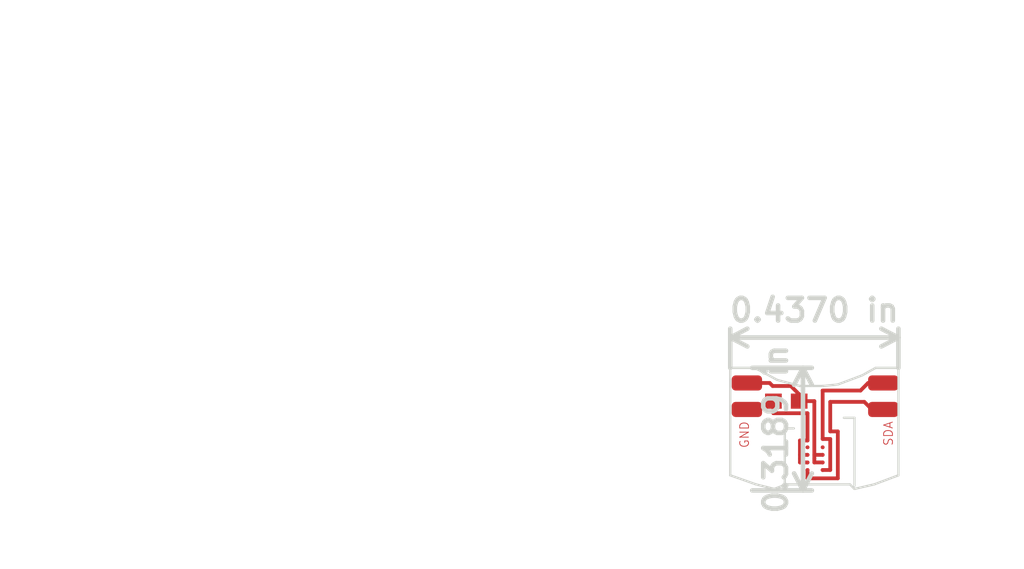
<source format=kicad_pcb>
(kicad_pcb (version 20171130) (host pcbnew "(5.0.1-dev-161-gb2b703363-dirty)+git1-1f19903-1")

  (general
    (thickness 1.6)
    (drawings 30)
    (tracks 38)
    (zones 0)
    (modules 6)
    (nets 7)
  )

  (page A4)
  (layers
    (0 Top signal)
    (31 Bottom signal)
    (32 B.Adhes user)
    (33 F.Adhes user)
    (34 B.Paste user)
    (35 F.Paste user)
    (36 B.SilkS user)
    (37 F.SilkS user)
    (38 B.Mask user)
    (39 F.Mask user)
    (40 Dwgs.User user)
    (41 Cmts.User user)
    (42 Eco1.User user)
    (43 Eco2.User user)
    (44 Edge.Cuts user)
    (45 Margin user)
    (46 B.CrtYd user)
    (47 F.CrtYd user)
    (48 B.Fab user)
    (49 F.Fab user)
  )

  (setup
    (last_trace_width 0.25)
    (trace_clearance 0.2)
    (zone_clearance 0.508)
    (zone_45_only no)
    (trace_min 0.2)
    (segment_width 0.2)
    (edge_width 0.15)
    (via_size 0.8)
    (via_drill 0.4)
    (via_min_size 0.4)
    (via_min_drill 0.3)
    (uvia_size 0.3)
    (uvia_drill 0.1)
    (uvias_allowed no)
    (uvia_min_size 0.2)
    (uvia_min_drill 0.1)
    (pcb_text_width 0.3)
    (pcb_text_size 1.5 1.5)
    (mod_edge_width 0.15)
    (mod_text_size 1 1)
    (mod_text_width 0.15)
    (pad_size 1.524 1.524)
    (pad_drill 0.762)
    (pad_to_mask_clearance 0.051)
    (solder_mask_min_width 0.25)
    (aux_axis_origin 0 0)
    (visible_elements FFFFFF7F)
    (pcbplotparams
      (layerselection 0x010fc_ffffffff)
      (usegerberextensions false)
      (usegerberattributes false)
      (usegerberadvancedattributes false)
      (creategerberjobfile false)
      (excludeedgelayer true)
      (linewidth 0.100000)
      (plotframeref false)
      (viasonmask false)
      (mode 1)
      (useauxorigin false)
      (hpglpennumber 1)
      (hpglpenspeed 20)
      (hpglpendiameter 15.000000)
      (psnegative false)
      (psa4output false)
      (plotreference true)
      (plotvalue true)
      (plotinvisibletext false)
      (padsonsilk false)
      (subtractmaskfromsilk false)
      (outputformat 1)
      (mirror false)
      (drillshape 1)
      (scaleselection 1)
      (outputdirectory ""))
  )

  (net 0 "")
  (net 1 "Net-(C1-Pad1)")
  (net 2 "Net-(C1-Pad2)")
  (net 3 "Net-(JP3-PadP$1)")
  (net 4 "Net-(JP4-PadP$1)")
  (net 5 "Net-(U$1-PadD2)")
  (net 6 "Net-(U$1-PadD1)")

  (net_class Default "This is the default net class."
    (clearance 0.2)
    (trace_width 0.25)
    (via_dia 0.8)
    (via_drill 0.4)
    (uvia_dia 0.3)
    (uvia_drill 0.1)
    (add_net "Net-(C1-Pad1)")
    (add_net "Net-(C1-Pad2)")
    (add_net "Net-(JP3-PadP$1)")
    (add_net "Net-(JP4-PadP$1)")
    (add_net "Net-(U$1-PadD1)")
    (add_net "Net-(U$1-PadD2)")
  )

  (module Bumms2:1PAD (layer Top) (tedit 0) (tstamp 5BAC27F6)
    (at 144.0511 102.0036)
    (path /848DA6002F430EF2)
    (fp_text reference JP1 (at 0 0) (layer F.SilkS) hide
      (effects (font (size 1.27 1.27) (thickness 0.15)))
    )
    (fp_text value PINHD-1X1PAD (at 0 0) (layer F.SilkS) hide
      (effects (font (size 1.27 1.27) (thickness 0.15)))
    )
    (pad P$1 smd roundrect (at 0 0 90) (size 1 2) (layers Top F.Mask) (roundrect_rratio 0.25)
      (net 1 "Net-(C1-Pad1)") (solder_mask_margin 0.1016))
  )

  (module Bumms2:1PAD (layer Top) (tedit 0) (tstamp 5BAC27FA)
    (at 144.0511 103.7536)
    (path /4804D7FCFA93C76E)
    (fp_text reference JP2 (at 0 0) (layer F.SilkS) hide
      (effects (font (size 1.27 1.27) (thickness 0.15)))
    )
    (fp_text value PINHD-1X1PAD (at 0 0) (layer F.SilkS) hide
      (effects (font (size 1.27 1.27) (thickness 0.15)))
    )
    (pad P$1 smd roundrect (at 0 0 90) (size 1 2) (layers Top F.Mask) (roundrect_rratio 0.25)
      (net 2 "Net-(C1-Pad2)") (solder_mask_margin 0.1016))
  )

  (module Bumms2:1PAD (layer Top) (tedit 0) (tstamp 5BAC27FE)
    (at 153.0511 103.7536)
    (path /CD71B194ACD8E5B6)
    (fp_text reference JP3 (at 0 0) (layer F.SilkS) hide
      (effects (font (size 1.27 1.27) (thickness 0.15)))
    )
    (fp_text value PINHD-1X1PAD (at 0 0) (layer F.SilkS) hide
      (effects (font (size 1.27 1.27) (thickness 0.15)))
    )
    (pad P$1 smd roundrect (at 0 0 90) (size 1 2) (layers Top F.Mask) (roundrect_rratio 0.25)
      (net 3 "Net-(JP3-PadP$1)") (solder_mask_margin 0.1016))
  )

  (module Bumms2:1PAD (layer Top) (tedit 0) (tstamp 5BAC2802)
    (at 153.0511 102.0036)
    (path /28A9B5EA47274FB3)
    (fp_text reference JP4 (at 0 0) (layer F.SilkS) hide
      (effects (font (size 1.27 1.27) (thickness 0.15)))
    )
    (fp_text value PINHD-1X1PAD (at 0 0) (layer F.SilkS) hide
      (effects (font (size 1.27 1.27) (thickness 0.15)))
    )
    (pad P$1 smd roundrect (at 0 0 90) (size 1 2) (layers Top F.Mask) (roundrect_rratio 0.25)
      (net 4 "Net-(JP4-PadP$1)") (solder_mask_margin 0.1016))
  )

  (module Bumms2:C0603 (layer Top) (tedit 0) (tstamp 5BAC2806)
    (at 146.6511 103.2036 180)
    (descr <b>CAPACITOR</b>)
    (path /F1151109F2E2AD48)
    (fp_text reference C1 (at -0.635 -0.635 180) (layer F.SilkS) hide
      (effects (font (size 1.2065 1.2065) (thickness 0.1016)) (justify right top))
    )
    (fp_text value 220nF (at -0.635 1.905 180) (layer F.Fab) hide
      (effects (font (size 1.2065 1.2065) (thickness 0.1016)) (justify right top))
    )
    (fp_poly (pts (xy -0.1999 0.3) (xy 0.1999 0.3) (xy 0.1999 -0.3) (xy -0.1999 -0.3)) (layer F.Adhes) (width 0))
    (fp_poly (pts (xy 0.3302 0.4699) (xy 0.8303 0.4699) (xy 0.8303 -0.4801) (xy 0.3302 -0.4801)) (layer F.Fab) (width 0))
    (fp_poly (pts (xy -0.8382 0.4699) (xy -0.3381 0.4699) (xy -0.3381 -0.4801) (xy -0.8382 -0.4801)) (layer F.Fab) (width 0))
    (fp_line (start -0.356 0.419) (end 0.356 0.419) (layer F.Fab) (width 0.1016))
    (fp_line (start -0.356 -0.432) (end 0.356 -0.432) (layer F.Fab) (width 0.1016))
    (fp_line (start -1.473 0.983) (end -1.473 -0.983) (layer Dwgs.User) (width 0.0508))
    (fp_line (start 1.473 0.983) (end -1.473 0.983) (layer Dwgs.User) (width 0.0508))
    (fp_line (start 1.473 -0.983) (end 1.473 0.983) (layer Dwgs.User) (width 0.0508))
    (fp_line (start -1.473 -0.983) (end 1.473 -0.983) (layer Dwgs.User) (width 0.0508))
    (pad 2 smd rect (at 0.85 0 180) (size 1.1 1) (layers Top F.Paste F.Mask)
      (net 2 "Net-(C1-Pad2)") (solder_mask_margin 0.1016))
    (pad 1 smd rect (at -0.85 0 180) (size 1.1 1) (layers Top F.Paste F.Mask)
      (net 1 "Net-(C1-Pad1)") (solder_mask_margin 0.1016))
  )

  (module Bumms2:BGA8_HDC (layer Top) (tedit 0) (tstamp 5BAC2814)
    (at 148.5511 107.0036 180)
    (path /850A8AB0BABD3B23)
    (fp_text reference U$1 (at 0 0 180) (layer F.SilkS) hide
      (effects (font (size 1.27 1.27) (thickness 0.15)) (justify right top))
    )
    (fp_text value HDC1008 (at 0 0 180) (layer F.SilkS) hide
      (effects (font (size 1.27 1.27) (thickness 0.15)) (justify right top))
    )
    (pad A2 smd roundrect (at 0.5 -0.75 180) (size 0.26 0.26) (layers Top F.Paste F.Mask) (roundrect_rratio 0.5)
      (net 3 "Net-(JP3-PadP$1)") (solder_mask_margin 0.1016))
    (pad B2 smd roundrect (at 0.5 -0.25 180) (size 0.26 0.26) (layers Top F.Paste F.Mask) (roundrect_rratio 0.5)
      (net 2 "Net-(C1-Pad2)") (solder_mask_margin 0.1016))
    (pad C2 smd roundrect (at 0.5 0.25 180) (size 0.26 0.26) (layers Top F.Paste F.Mask) (roundrect_rratio 0.5)
      (net 2 "Net-(C1-Pad2)") (solder_mask_margin 0.1016))
    (pad D2 smd roundrect (at 0.5 0.75 180) (size 0.26 0.26) (layers Top F.Paste F.Mask) (roundrect_rratio 0.5)
      (net 5 "Net-(U$1-PadD2)") (solder_mask_margin 0.1016))
    (pad D1 smd roundrect (at -0.5 0.75 180) (size 0.26 0.26) (layers Top F.Paste F.Mask) (roundrect_rratio 0.5)
      (net 6 "Net-(U$1-PadD1)") (solder_mask_margin 0.1016))
    (pad C1 smd roundrect (at -0.5 0.25 180) (size 0.26 0.26) (layers Top F.Paste F.Mask) (roundrect_rratio 0.5)
      (net 1 "Net-(C1-Pad1)") (solder_mask_margin 0.1016))
    (pad B1 smd roundrect (at -0.5 -0.25 180) (size 0.26 0.26) (layers Top F.Paste F.Mask) (roundrect_rratio 0.5)
      (net 1 "Net-(C1-Pad1)") (solder_mask_margin 0.1016))
    (pad A1 smd roundrect (at -0.5 -0.75 180) (size 0.26 0.26) (layers Top F.Paste F.Mask) (roundrect_rratio 0.5)
      (net 4 "Net-(JP4-PadP$1)") (solder_mask_margin 0.1016))
  )

  (gr_circle (center 113.5511 95.5036) (end 120.3011 95.5036) (layer Dwgs.User) (width 0.1) (tstamp 55DB96A254A0))
  (gr_circle (center 113.5511 95.5036) (end 132.3011 95.5036) (layer Dwgs.User) (width 0.1) (tstamp 55DB99C7D4B0))
  (gr_circle (center 148.5511 95.5036) (end 162.3011 95.5036) (layer Dwgs.User) (width 0.1) (tstamp 55DB9981E140))
  (gr_circle (center 148.5511 95.5036) (end 155.3011 95.5036) (layer Dwgs.User) (width 0.1) (tstamp 55DB9989F7D0))
  (gr_line (start 142.9511 101.0036) (end 142.9511 108.1036) (layer Edge.Cuts) (width 0.15) (tstamp 55DB9986DA70))
  (gr_line (start 142.9511 108.1036) (end 144.6511 108.7036) (layer Edge.Cuts) (width 0.15) (tstamp 55DB992E1700))
  (gr_line (start 144.6511 108.7036) (end 145.8511 109.0036) (layer Edge.Cuts) (width 0.15) (tstamp 55DB99CBB080))
  (gr_line (start 145.8511 109.0036) (end 146.6511 108.7036) (layer Edge.Cuts) (width 0.15) (tstamp 55DB993E1960))
  (gr_line (start 146.6511 108.7036) (end 150.8511 108.7036) (layer Edge.Cuts) (width 0.15) (tstamp 55DB9987E000))
  (gr_line (start 150.8511 108.7036) (end 151.1511 109.0036) (layer Edge.Cuts) (width 0.15) (tstamp 55DB9AEF4890))
  (gr_line (start 151.1511 109.0036) (end 152.4511 108.7036) (layer Edge.Cuts) (width 0.15) (tstamp 55DB998ACE40))
  (gr_line (start 152.4511 108.7036) (end 154.0511 108.1036) (layer Edge.Cuts) (width 0.15) (tstamp 55DB9802FE00))
  (gr_line (start 154.0511 108.1036) (end 154.0511 101.0036) (layer Edge.Cuts) (width 0.15) (tstamp 55DB99D9E690))
  (gr_line (start 154.0511 101.0036) (end 152.5511 101.0036) (layer Edge.Cuts) (width 0.15) (tstamp 55DB9AEEF200))
  (gr_line (start 152.5511 101.0036) (end 151.6511 101.5036) (layer Edge.Cuts) (width 0.15) (tstamp 55DB997E2D40))
  (gr_line (start 151.6511 101.5036) (end 150.0511 102.1036) (layer Edge.Cuts) (width 0.15) (tstamp 55DB9B0F9600))
  (gr_line (start 150.0511 102.1036) (end 149.0511 102.2036) (layer Edge.Cuts) (width 0.15) (tstamp 55DB99845800))
  (gr_line (start 149.0511 102.2036) (end 147.5511 102.2036) (layer Edge.Cuts) (width 0.15) (tstamp 55DB99476B10))
  (gr_line (start 147.5511 102.2036) (end 146.0511 101.8036) (layer Edge.Cuts) (width 0.15) (tstamp 55DB998A8F10))
  (gr_line (start 146.0511 101.8036) (end 144.7511 101.1036) (layer Edge.Cuts) (width 0.15) (tstamp 55DB99A6B120))
  (gr_line (start 144.7511 101.1036) (end 144.5511 101.0036) (layer Edge.Cuts) (width 0.15) (tstamp 55DB9692B230))
  (gr_line (start 144.5511 101.0036) (end 142.9511 101.0036) (layer Edge.Cuts) (width 0.15) (tstamp 55DB99B99A20))
  (dimension 11.1 (width 0.3) (layer Edge.Cuts)
    (gr_text "11.100 mm" (at 148.5011 96.9036) (layer Edge.Cuts)
      (effects (font (size 1.5 1.5) (thickness 0.3)))
    )
    (feature1 (pts (xy 154.0511 101.0036) (xy 154.0511 98.417179)))
    (feature2 (pts (xy 142.9511 101.0036) (xy 142.9511 98.417179)))
    (crossbar (pts (xy 142.9511 99.0036) (xy 154.0511 99.0036)))
    (arrow1a (pts (xy 154.0511 99.0036) (xy 152.924596 99.590021)))
    (arrow1b (pts (xy 154.0511 99.0036) (xy 152.924596 98.417179)))
    (arrow2a (pts (xy 142.9511 99.0036) (xy 144.077604 99.590021)))
    (arrow2b (pts (xy 142.9511 99.0036) (xy 144.077604 98.417179)))
  )
  (dimension 8.1 (width 0.3) (layer Edge.Cuts)
    (gr_text "8.100 mm" (at 149.8511 105.0536 270) (layer Edge.Cuts)
      (effects (font (size 1.5 1.5) (thickness 0.3)))
    )
    (feature1 (pts (xy 144.4011 109.1036) (xy 148.337521 109.1036)))
    (feature2 (pts (xy 144.4011 101.0036) (xy 148.337521 101.0036)))
    (crossbar (pts (xy 147.7511 101.0036) (xy 147.7511 109.1036)))
    (arrow1a (pts (xy 147.7511 109.1036) (xy 147.164679 107.977096)))
    (arrow1b (pts (xy 147.7511 109.1036) (xy 148.337521 107.977096)))
    (arrow2a (pts (xy 147.7511 101.0036) (xy 147.164679 102.130104)))
    (arrow2b (pts (xy 147.7511 101.0036) (xy 148.337521 102.130104)))
  )
  (gr_line (start 147.1511 105.0036) (end 146.5511 105.0036) (layer Edge.Cuts) (width 0.15) (tstamp 55DB98879A00))
  (gr_line (start 146.5511 105.0036) (end 146.5511 109.0036) (layer Edge.Cuts) (width 0.15) (tstamp 55DB993EDF60))
  (gr_line (start 150.4511 104.3036) (end 151.1511 104.3036) (layer Edge.Cuts) (width 0.15) (tstamp 55DB99C1CCA0))
  (gr_line (start 151.1511 104.3036) (end 151.1511 108.8036) (layer Edge.Cuts) (width 0.15) (tstamp 55DB996C1B40))
  (gr_text SDA (at 153.0511 104.5036 90) (layer Top) (tstamp 55DB98585BA0)
    (effects (font (size 0.57912 0.57912) (thickness 0.048768)) (justify right top))
  )
  (gr_text GND (at 143.5511 104.5036 90) (layer Top) (tstamp 55DB999D1CB0)
    (effects (font (size 0.57912 0.57912) (thickness 0.048768)) (justify right top))
  )

  (segment (start 148.0511 107.2536) (end 147.5511 107.2536) (width 0.25) (layer Top) (net 2) (tstamp 55DB9BA36F00))
  (segment (start 147.5511 107.2536) (end 147.5511 107.0036) (width 0.25) (layer Top) (net 2) (tstamp 55DB9B01B7C0))
  (segment (start 147.5511 106.7536) (end 147.5511 105.8036) (width 0.25) (layer Top) (net 2) (tstamp 55DB9B01BC00))
  (segment (start 147.5511 105.8036) (end 148.0511 105.8036) (width 0.25) (layer Top) (net 2) (tstamp 55DB9AE34B40))
  (segment (start 148.0511 105.8036) (end 148.0511 104.0036) (width 0.25) (layer Top) (net 2) (tstamp 55DB982C6000))
  (segment (start 148.0511 104.0036) (end 145.8011 104.0036) (width 0.25) (layer Top) (net 2) (tstamp 55DB982C6400))
  (segment (start 145.8011 104.0036) (end 145.8011 103.2036) (width 0.25) (layer Top) (net 2) (tstamp 55DB99330B70))
  (segment (start 144.0511 103.7536) (end 144.8011 103.7536) (width 0.25) (layer Top) (net 2) (tstamp 55DB9A421B00))
  (segment (start 144.8011 103.7536) (end 145.3511 103.2036) (width 0.25) (layer Top) (net 2) (tstamp 55DB9A421FA0))
  (segment (start 145.3511 103.2036) (end 145.8011 103.2036) (width 0.25) (layer Top) (net 2) (tstamp 55DB9ACE9FA0))
  (segment (start 148.0511 106.7536) (end 147.5511 106.7536) (width 0.25) (layer Top) (net 2) (tstamp 55DB9ACBA380))
  (segment (start 147.5511 106.7536) (end 147.5511 107.0036) (width 0.25) (layer Top) (net 2) (tstamp 55DB989C7400))
  (segment (start 149.0511 107.2536) (end 148.5011 107.2536) (width 0.25) (layer Top) (net 1) (tstamp 55DB9AE79960))
  (segment (start 148.5011 107.2536) (end 148.5011 107.0036) (width 0.25) (layer Top) (net 1) (tstamp 55DB99996830))
  (segment (start 148.5011 106.7536) (end 148.5011 103.2036) (width 0.25) (layer Top) (net 1) (tstamp 55DB9A0B4BE0))
  (segment (start 144.0511 102.0036) (end 145.5511 102.0036) (width 0.25) (layer Top) (net 1) (tstamp 55DB9A0B5080))
  (segment (start 145.5511 102.0036) (end 145.7511 102.2036) (width 0.25) (layer Top) (net 1) (tstamp 55DB9B2DE8F0))
  (segment (start 145.7511 102.2036) (end 146.9511 102.2036) (width 0.25) (layer Top) (net 1) (tstamp 55DB99818760))
  (segment (start 148.5011 103.2036) (end 147.5011 103.2036) (width 0.25) (layer Top) (net 1) (tstamp 55DB99818C00))
  (segment (start 146.9511 102.2036) (end 147.5011 102.7536) (width 0.25) (layer Top) (net 1) (tstamp 55DB99477780))
  (segment (start 147.5011 102.7536) (end 147.5011 103.2036) (width 0.25) (layer Top) (net 1) (tstamp 55DB969BC430))
  (segment (start 149.0511 106.7536) (end 148.5011 106.7536) (width 0.25) (layer Top) (net 1) (tstamp 55DB99BF1150))
  (segment (start 148.5011 106.7536) (end 148.5011 107.0036) (width 0.25) (layer Top) (net 1) (tstamp 55DB99BF15F0))
  (segment (start 148.0511 107.7536) (end 148.0511 108.3036) (width 0.25) (layer Top) (net 3) (tstamp 55DB98A598C0))
  (segment (start 148.0511 108.3036) (end 150.0511 108.3036) (width 0.25) (layer Top) (net 3) (tstamp 55DB98A59D70))
  (segment (start 150.0511 108.3036) (end 150.0511 105.2036) (width 0.25) (layer Top) (net 3) (tstamp 55DB99BD6230))
  (segment (start 150.0511 105.2036) (end 149.5511 105.2036) (width 0.25) (layer Top) (net 3) (tstamp 55DB98670220))
  (segment (start 149.5511 105.2036) (end 149.5511 103.2536) (width 0.25) (layer Top) (net 3) (tstamp 55DB986706A0))
  (segment (start 149.5511 103.2536) (end 151.8011 103.2536) (width 0.25) (layer Top) (net 3) (tstamp 55DB96925D20))
  (segment (start 151.8011 103.2536) (end 152.3011 103.7536) (width 0.25) (layer Top) (net 3) (tstamp 55DB969261A0))
  (segment (start 152.3011 103.7536) (end 153.0511 103.7536) (width 0.25) (layer Top) (net 3) (tstamp 55DB999264E0))
  (segment (start 149.0511 107.7536) (end 149.5511 107.7536) (width 0.25) (layer Top) (net 4) (tstamp 55DB98655680))
  (segment (start 149.5511 107.7536) (end 149.5511 105.7036) (width 0.25) (layer Top) (net 4) (tstamp 55DB9836F4A0))
  (segment (start 149.5511 105.7036) (end 149.0511 105.7036) (width 0.25) (layer Top) (net 4) (tstamp 55DB992B34E0))
  (segment (start 149.0511 105.7036) (end 149.0511 102.5036) (width 0.25) (layer Top) (net 4) (tstamp 55DB992B3920))
  (segment (start 149.0511 102.5036) (end 151.5511 102.5036) (width 0.25) (layer Top) (net 4) (tstamp 55DB953CD2C0))
  (segment (start 151.5511 102.5036) (end 152.0511 102.0036) (width 0.25) (layer Top) (net 4) (tstamp 55DB9965D7D0))
  (segment (start 152.0511 102.0036) (end 153.0511 102.0036) (width 0.25) (layer Top) (net 4) (tstamp 55DB9965DC30))

)

</source>
